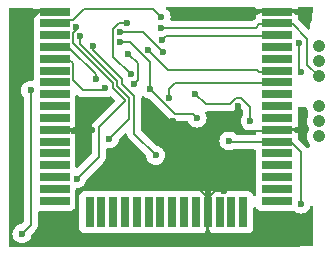
<source format=gbr>
%TF.GenerationSoftware,KiCad,Pcbnew,8.0.4+dfsg-1*%
%TF.CreationDate,2025-01-09T10:04:30-05:00*%
%TF.ProjectId,tag,7461672e-6b69-4636-9164-5f7063625858,1*%
%TF.SameCoordinates,Original*%
%TF.FileFunction,Copper,L2,Bot*%
%TF.FilePolarity,Positive*%
%FSLAX46Y46*%
G04 Gerber Fmt 4.6, Leading zero omitted, Abs format (unit mm)*
G04 Created by KiCad (PCBNEW 8.0.4+dfsg-1) date 2025-01-09 10:04:30*
%MOMM*%
%LPD*%
G01*
G04 APERTURE LIST*
%TA.AperFunction,CastellatedPad*%
%ADD10C,1.064000*%
%TD*%
%TA.AperFunction,SMDPad,CuDef*%
%ADD11R,2.540000X0.750000*%
%TD*%
%TA.AperFunction,SMDPad,CuDef*%
%ADD12R,0.750000X2.540000*%
%TD*%
%TA.AperFunction,ViaPad*%
%ADD13C,0.600000*%
%TD*%
%TA.AperFunction,Conductor*%
%ADD14C,0.200000*%
%TD*%
G04 APERTURE END LIST*
D10*
%TO.P,REF\u002A\u002A,1*%
%TO.N,/3001vdd*%
X83840000Y-37670000D03*
%TO.P,REF\u002A\u002A,2*%
%TO.N,/SWD_DIO*%
X83840000Y-36400000D03*
%TO.P,REF\u002A\u002A,3*%
%TO.N,/RST*%
X83840000Y-35130000D03*
%TO.P,REF\u002A\u002A,4*%
%TO.N,/SWD_CLK*%
X83840000Y-32590000D03*
%TO.P,REF\u002A\u002A,5*%
%TO.N,GND*%
X83840000Y-31320000D03*
%TO.P,REF\u002A\u002A,6*%
%TO.N,N/C*%
X83840000Y-30050000D03*
%TD*%
D11*
%TO.P,U1,1,GND*%
%TO.N,GND*%
X80245000Y-27097500D03*
%TO.P,U1,2,SWD_CLK*%
%TO.N,/SWD_CLK*%
X80245000Y-28097500D03*
%TO.P,U1,3,SWD_DIO*%
%TO.N,/SWD_DIO*%
X80245000Y-29097500D03*
%TO.P,U1,4,P0.10_(NFC)*%
%TO.N,unconnected-(U1-P0.10_(NFC)-Pad4)*%
X80245000Y-30097500D03*
%TO.P,U1,5,P0.09_(NFC)*%
%TO.N,unconnected-(U1-P0.09_(NFC)-Pad5)*%
X80245000Y-31097500D03*
%TO.P,U1,6,P0.17*%
%TO.N,Net-(U1-P0.17)*%
X80245000Y-32097500D03*
%TO.P,U1,7,P0.14*%
%TO.N,Net-(U1-P0.14)*%
X80245000Y-33097500D03*
%TO.P,U1,8,P0.22*%
%TO.N,unconnected-(U1-P0.22-Pad8)*%
X80245000Y-34097500D03*
%TO.P,U1,9,P0.05*%
%TO.N,unconnected-(U1-P0.05-Pad9)*%
X80245000Y-35097500D03*
%TO.P,U1,10,P0.04*%
%TO.N,unconnected-(U1-P0.04-Pad10)*%
X80245000Y-36097500D03*
%TO.P,U1,11,GND*%
%TO.N,GND*%
X80245000Y-37097500D03*
%TO.P,U1,12,VDD*%
%TO.N,/3001vdd*%
X80245000Y-38097500D03*
%TO.P,U1,13,P0.12*%
%TO.N,unconnected-(U1-P0.12-Pad13)*%
X80245000Y-39097500D03*
%TO.P,U1,14,I2C0_SDA*%
%TO.N,unconnected-(U1-I2C0_SDA-Pad14)*%
X80245000Y-40097500D03*
%TO.P,U1,15,I2C0_SLC*%
%TO.N,unconnected-(U1-I2C0_SLC-Pad15)*%
X80245000Y-41097500D03*
%TO.P,U1,16,P0.21*%
%TO.N,unconnected-(U1-P0.21-Pad16)*%
X80245000Y-42097500D03*
%TO.P,U1,17,P0.20*%
%TO.N,unconnected-(U1-P0.20-Pad17)*%
X80245000Y-43097500D03*
D12*
%TO.P,U1,18,VUSB*%
%TO.N,unconnected-(U1-VUSB-Pad18)*%
X77405000Y-44087500D03*
%TO.P,U1,19,USB_N*%
%TO.N,unconnected-(U1-USB_N-Pad19)*%
X76405000Y-44087500D03*
%TO.P,U1,20,USB_P*%
%TO.N,unconnected-(U1-USB_P-Pad20)*%
X75405000Y-44087500D03*
%TO.P,U1,21,GND*%
%TO.N,GND*%
X74405000Y-44087500D03*
%TO.P,U1,22,P1.11*%
%TO.N,unconnected-(U1-P1.11-Pad22)*%
X73405000Y-44087500D03*
%TO.P,U1,23,P1.08*%
%TO.N,unconnected-(U1-P1.08-Pad23)*%
X72405000Y-44087500D03*
%TO.P,U1,24,P1.06*%
%TO.N,unconnected-(U1-P1.06-Pad24)*%
X71405000Y-44087500D03*
%TO.P,U1,25,P1.01*%
%TO.N,unconnected-(U1-P1.01-Pad25)*%
X70405000Y-44087500D03*
%TO.P,U1,26,P1.13*%
%TO.N,unconnected-(U1-P1.13-Pad26)*%
X69405000Y-44087500D03*
%TO.P,U1,27,P1.09*%
%TO.N,unconnected-(U1-P1.09-Pad27)*%
X68405000Y-44087500D03*
%TO.P,U1,28,P1.00*%
%TO.N,unconnected-(U1-P1.00-Pad28)*%
X67405000Y-44087500D03*
%TO.P,U1,29,P1.05*%
%TO.N,unconnected-(U1-P1.05-Pad29)*%
X66405000Y-44087500D03*
%TO.P,U1,30,DW_GP5*%
%TO.N,unconnected-(U1-DW_GP5-Pad30)*%
X65405000Y-44087500D03*
%TO.P,U1,31,DW_GP6*%
%TO.N,unconnected-(U1-DW_GP6-Pad31)*%
X64405000Y-44087500D03*
D11*
%TO.P,U1,32,P0.15/RX*%
%TO.N,unconnected-(U1-P0.15{slash}RX-Pad32)*%
X61435000Y-43097500D03*
%TO.P,U1,33,P0.28*%
%TO.N,unconnected-(U1-P0.28-Pad33)*%
X61435000Y-42097500D03*
%TO.P,U1,34,P0.19/TX*%
%TO.N,unconnected-(U1-P0.19{slash}TX-Pad34)*%
X61435000Y-41097500D03*
%TO.P,U1,35,DW_GP1*%
%TO.N,unconnected-(U1-DW_GP1-Pad35)*%
X61435000Y-40097500D03*
%TO.P,U1,36,DW_GP0*%
%TO.N,unconnected-(U1-DW_GP0-Pad36)*%
X61435000Y-39097500D03*
%TO.P,U1,37,P0.26*%
%TO.N,unconnected-(U1-P0.26-Pad37)*%
X61435000Y-38097500D03*
%TO.P,U1,38,GND*%
%TO.N,GND*%
X61435000Y-37097500D03*
%TO.P,U1,39,P0.23*%
%TO.N,unconnected-(U1-P0.23-Pad39)*%
X61435000Y-36097500D03*
%TO.P,U1,40,P0.07*%
%TO.N,unconnected-(U1-P0.07-Pad40)*%
X61435000Y-35097500D03*
%TO.P,U1,41,P0.27*%
%TO.N,unconnected-(U1-P0.27-Pad41)*%
X61435000Y-34097500D03*
%TO.P,U1,42,P0.31*%
%TO.N,unconnected-(U1-P0.31-Pad42)*%
X61435000Y-33097500D03*
%TO.P,U1,43,P0.30*%
%TO.N,unconnected-(U1-P0.30-Pad43)*%
X61435000Y-32097500D03*
%TO.P,U1,44,DW_GP3*%
%TO.N,Net-(U1-DW_GP3)*%
X61435000Y-31097500D03*
%TO.P,U1,45,DW_GP2*%
%TO.N,Net-(U1-DW_GP2)*%
X61435000Y-30097500D03*
%TO.P,U1,46,P0.02*%
%TO.N,unconnected-(U1-P0.02-Pad46)*%
X61435000Y-29097500D03*
%TO.P,U1,47,RESET*%
%TO.N,/RST*%
X61435000Y-28097500D03*
%TO.P,U1,48,GND*%
%TO.N,GND*%
X61435000Y-27097500D03*
%TD*%
D13*
%TO.N,GND*%
X82720000Y-27170000D03*
X64580000Y-37140000D03*
X63100000Y-37170000D03*
X57920000Y-37370000D03*
X67330000Y-41450000D03*
X77010000Y-35050000D03*
X58840000Y-28470000D03*
X71440000Y-36370000D03*
X75814440Y-42293726D03*
%TO.N,/SWD_CLK*%
X70480000Y-28460000D03*
%TO.N,/SWD_DIO*%
X78010000Y-36380000D03*
X70570000Y-29460000D03*
X73320000Y-34040000D03*
%TO.N,/RST*%
X70460000Y-27590000D03*
X82320000Y-32230000D03*
X82150000Y-29770000D03*
%TO.N,Net-(U1-DW_GP2)*%
X64910000Y-32840000D03*
%TO.N,Net-(U1-DW_GP3)*%
X65750000Y-33560000D03*
X67530000Y-28100000D03*
X67878527Y-32390000D03*
%TO.N,Net-(U1-P0.17)*%
X67650000Y-30650000D03*
X68140000Y-33230000D03*
X69370000Y-30370000D03*
%TO.N,Net-(U1-P0.14)*%
X71150000Y-34440000D03*
%TO.N,Vreg +3.3V*%
X73500000Y-36110000D03*
X66990000Y-29660000D03*
X69490000Y-33660000D03*
%TO.N,Net-(D1-K1)*%
X63620000Y-29150000D03*
X66080000Y-37860000D03*
%TO.N,Net-(D1-K2)*%
X64710000Y-30040000D03*
X69995000Y-39260000D03*
%TO.N,Net-(Q1-S)*%
X63268357Y-28431425D03*
X58680000Y-45900000D03*
X59420000Y-33770000D03*
X63330000Y-41240000D03*
%TO.N,Net-(Q1-G)*%
X66990000Y-28830000D03*
X70650000Y-30550000D03*
%TO.N,/3001vdd*%
X82300000Y-43390000D03*
X76200000Y-38045000D03*
%TD*%
D14*
%TO.N,GND*%
X57920000Y-37370000D02*
X57920000Y-32420000D01*
X74410000Y-42915000D02*
X72945000Y-41450000D01*
X80250000Y-37170000D02*
X77140000Y-37170000D01*
X74410000Y-44160000D02*
X74410000Y-45630000D01*
X64580000Y-37140000D02*
X63650000Y-37140000D01*
X63620000Y-37170000D02*
X63100000Y-37170000D01*
X74410000Y-42915000D02*
X74410000Y-44160000D01*
X75031274Y-42293726D02*
X74410000Y-42915000D01*
X58840000Y-28470000D02*
X60152500Y-27157500D01*
X80250000Y-27170000D02*
X82720000Y-27170000D01*
X77010000Y-37040000D02*
X77010000Y-35050000D01*
X75814440Y-42293726D02*
X75031274Y-42293726D01*
X74410000Y-45630000D02*
X74410000Y-42915000D01*
X63650000Y-37140000D02*
X63620000Y-37170000D01*
X60152500Y-27157500D02*
X61445000Y-27157500D01*
X77140000Y-37170000D02*
X77010000Y-37040000D01*
X71440000Y-36370000D02*
X72240000Y-37170000D01*
X58840000Y-31500000D02*
X58840000Y-28470000D01*
X63100000Y-37170000D02*
X61440000Y-37170000D01*
X57920000Y-32420000D02*
X58840000Y-31500000D01*
X72240000Y-37170000D02*
X80250000Y-37170000D01*
X72945000Y-41450000D02*
X67330000Y-41450000D01*
X82720000Y-27170000D02*
X82780000Y-27170000D01*
%TO.N,/SWD_CLK*%
X80250000Y-28170000D02*
X78780000Y-28170000D01*
X82830000Y-29410000D02*
X81590000Y-28170000D01*
X82830000Y-31580000D02*
X82830000Y-29410000D01*
X81590000Y-28170000D02*
X80250000Y-28170000D01*
X78780000Y-28170000D02*
X78490000Y-28460000D01*
X83840000Y-32590000D02*
X82830000Y-31580000D01*
X78490000Y-28460000D02*
X70480000Y-28460000D01*
%TO.N,/SWD_DIO*%
X80250000Y-29170000D02*
X70860000Y-29170000D01*
X78010000Y-35201471D02*
X78010000Y-36380000D01*
X77258529Y-34450000D02*
X78010000Y-35201471D01*
X74230000Y-34950000D02*
X76261471Y-34950000D01*
X70860000Y-29170000D02*
X70570000Y-29460000D01*
X76261471Y-34950000D02*
X76761471Y-34450000D01*
X73320000Y-34040000D02*
X74230000Y-34950000D01*
X76761471Y-34450000D02*
X77258529Y-34450000D01*
%TO.N,/RST*%
X63971471Y-26890000D02*
X63016471Y-27845000D01*
X82150000Y-32060000D02*
X82150000Y-29770000D01*
X63016471Y-27845000D02*
X61765000Y-27845000D01*
X70460000Y-27590000D02*
X69760000Y-26890000D01*
X61765000Y-27845000D02*
X61440000Y-28170000D01*
X82320000Y-32230000D02*
X82150000Y-32060000D01*
X69760000Y-26890000D02*
X63971471Y-26890000D01*
%TO.N,Net-(U1-DW_GP2)*%
X62690000Y-30157500D02*
X61445000Y-30157500D01*
X64910000Y-32840000D02*
X64910000Y-32377500D01*
X64910000Y-32377500D02*
X62690000Y-30157500D01*
%TO.N,Net-(U1-DW_GP3)*%
X63015000Y-31482500D02*
X62690000Y-31157500D01*
X66871471Y-28100000D02*
X67530000Y-28100000D01*
X63850000Y-33740000D02*
X63015000Y-32905000D01*
X65750000Y-33560000D02*
X65570000Y-33740000D01*
X67878527Y-32390000D02*
X66390000Y-30901473D01*
X66390000Y-28581471D02*
X66871471Y-28100000D01*
X65570000Y-33740000D02*
X63850000Y-33740000D01*
X63015000Y-32905000D02*
X63015000Y-31482500D01*
X66390000Y-30901473D02*
X66390000Y-28581471D01*
X62690000Y-31157500D02*
X61445000Y-31157500D01*
%TO.N,Net-(U1-P0.17)*%
X68478527Y-31478527D02*
X67650000Y-30650000D01*
X71000000Y-32000000D02*
X78610000Y-32000000D01*
X69370000Y-30370000D02*
X71000000Y-32000000D01*
X68478527Y-32891473D02*
X68478527Y-31478527D01*
X78610000Y-32000000D02*
X78780000Y-32170000D01*
X68140000Y-33230000D02*
X68478527Y-32891473D01*
X78780000Y-32170000D02*
X80250000Y-32170000D01*
%TO.N,Net-(U1-P0.14)*%
X71610000Y-33170000D02*
X80250000Y-33170000D01*
X71150000Y-34440000D02*
X71150000Y-33630000D01*
X71150000Y-33630000D02*
X71610000Y-33170000D01*
%TO.N,Vreg +3.3V*%
X69490000Y-31338529D02*
X69490000Y-33660000D01*
X66990000Y-29660000D02*
X67811471Y-29660000D01*
X71631471Y-35770000D02*
X73160000Y-35770000D01*
X69490000Y-33660000D02*
X69521471Y-33660000D01*
X69521471Y-33660000D02*
X71631471Y-35770000D01*
X73160000Y-35770000D02*
X73500000Y-36110000D01*
X67811471Y-29660000D02*
X69490000Y-31338529D01*
%TO.N,Net-(D1-K1)*%
X66750000Y-33374314D02*
X67780000Y-34404314D01*
X67780000Y-34404314D02*
X67780000Y-36160000D01*
X66750000Y-32958529D02*
X66750000Y-33374314D01*
X63620000Y-29828529D02*
X66750000Y-32958529D01*
X63620000Y-29150000D02*
X63620000Y-29828529D01*
X67780000Y-36160000D02*
X66080000Y-37860000D01*
%TO.N,Net-(D1-K2)*%
X68180000Y-34238628D02*
X67150000Y-33208628D01*
X67150000Y-33208628D02*
X67150000Y-32792843D01*
X64710000Y-30352843D02*
X64710000Y-30040000D01*
X68180000Y-37445000D02*
X68180000Y-34238628D01*
X69995000Y-39260000D02*
X68180000Y-37445000D01*
X67150000Y-32792843D02*
X64710000Y-30352843D01*
%TO.N,Net-(Q1-S)*%
X59420000Y-45160000D02*
X59420000Y-33770000D01*
X63020000Y-28901471D02*
X63020000Y-29794215D01*
X63268357Y-28653114D02*
X63020000Y-28901471D01*
X67380000Y-34691471D02*
X65180000Y-36891471D01*
X66350000Y-33540000D02*
X67380000Y-34570000D01*
X66350000Y-33124215D02*
X66350000Y-33540000D01*
X65180000Y-39390000D02*
X63330000Y-41240000D01*
X67380000Y-34570000D02*
X67380000Y-34691471D01*
X65180000Y-36891471D02*
X65180000Y-39390000D01*
X63020000Y-29794215D02*
X66350000Y-33124215D01*
X58680000Y-45900000D02*
X59420000Y-45160000D01*
X63268357Y-28431425D02*
X63268357Y-28653114D01*
%TO.N,Net-(Q1-G)*%
X68930000Y-28830000D02*
X66990000Y-28830000D01*
X70650000Y-30550000D02*
X68930000Y-28830000D01*
%TO.N,/3001vdd*%
X82300000Y-38975000D02*
X82300000Y-43390000D01*
X76200000Y-38045000D02*
X76325000Y-38170000D01*
X81495000Y-38170000D02*
X82300000Y-38975000D01*
X76325000Y-38170000D02*
X81495000Y-38170000D01*
%TD*%
%TA.AperFunction,Conductor*%
%TO.N,GND*%
G36*
X59607358Y-26774454D02*
G01*
X59653456Y-26826959D01*
X59656007Y-26838507D01*
X59665000Y-26847500D01*
X61561000Y-26847500D01*
X61628039Y-26867185D01*
X61673794Y-26919989D01*
X61685000Y-26971500D01*
X61685000Y-27098000D01*
X61665315Y-27165039D01*
X61612511Y-27210794D01*
X61561000Y-27222000D01*
X60117129Y-27222000D01*
X60117123Y-27222001D01*
X60057516Y-27228408D01*
X59922671Y-27278702D01*
X59922668Y-27278704D01*
X59895532Y-27299018D01*
X59863808Y-27322766D01*
X59798347Y-27347184D01*
X59789499Y-27347500D01*
X59665000Y-27347500D01*
X59665000Y-27520344D01*
X59671619Y-27581898D01*
X59671620Y-27608409D01*
X59670909Y-27615014D01*
X59670909Y-27615017D01*
X59664500Y-27674627D01*
X59664500Y-27674634D01*
X59664500Y-27674635D01*
X59664500Y-28520370D01*
X59664501Y-28520379D01*
X59671367Y-28584251D01*
X59671367Y-28610757D01*
X59670909Y-28615016D01*
X59670909Y-28615017D01*
X59664500Y-28674627D01*
X59664500Y-28674631D01*
X59664500Y-28674632D01*
X59664500Y-29520370D01*
X59664501Y-29520379D01*
X59671367Y-29584251D01*
X59671367Y-29610757D01*
X59670909Y-29615016D01*
X59670909Y-29615017D01*
X59664500Y-29674627D01*
X59664500Y-29674631D01*
X59664500Y-29674632D01*
X59664500Y-30520370D01*
X59664501Y-30520379D01*
X59671367Y-30584251D01*
X59671367Y-30610757D01*
X59670909Y-30615016D01*
X59670909Y-30615017D01*
X59664500Y-30674627D01*
X59664500Y-30674631D01*
X59664500Y-30674632D01*
X59664500Y-31520370D01*
X59664501Y-31520379D01*
X59671367Y-31584251D01*
X59671367Y-31610757D01*
X59670909Y-31615016D01*
X59670909Y-31615017D01*
X59664500Y-31674627D01*
X59664500Y-31674631D01*
X59664500Y-31674632D01*
X59664500Y-32520370D01*
X59664501Y-32520379D01*
X59671367Y-32584251D01*
X59671367Y-32610757D01*
X59670909Y-32615016D01*
X59670909Y-32615017D01*
X59664500Y-32674627D01*
X59664500Y-32674632D01*
X59664500Y-32853227D01*
X59644815Y-32920266D01*
X59592011Y-32966021D01*
X59526617Y-32976447D01*
X59420004Y-32964435D01*
X59419996Y-32964435D01*
X59240750Y-32984630D01*
X59240745Y-32984631D01*
X59070476Y-33044211D01*
X58917737Y-33140184D01*
X58790187Y-33267735D01*
X58790184Y-33267737D01*
X58694211Y-33420476D01*
X58634631Y-33590745D01*
X58634630Y-33590750D01*
X58614435Y-33769996D01*
X58614435Y-33770003D01*
X58634630Y-33949249D01*
X58634631Y-33949254D01*
X58694211Y-34119523D01*
X58717393Y-34156416D01*
X58782947Y-34260745D01*
X58790185Y-34272263D01*
X58792445Y-34275097D01*
X58793334Y-34277275D01*
X58793889Y-34278158D01*
X58793734Y-34278255D01*
X58818855Y-34339783D01*
X58819500Y-34352412D01*
X58819500Y-44859902D01*
X58799815Y-44926941D01*
X58783181Y-44947584D01*
X58661465Y-45069299D01*
X58600142Y-45102783D01*
X58587668Y-45104837D01*
X58500750Y-45114630D01*
X58330478Y-45174210D01*
X58177737Y-45270184D01*
X58050184Y-45397737D01*
X57954211Y-45550476D01*
X57894631Y-45720745D01*
X57894630Y-45720750D01*
X57874435Y-45899996D01*
X57874435Y-45900003D01*
X57894630Y-46079249D01*
X57894631Y-46079254D01*
X57954211Y-46249523D01*
X58050184Y-46402262D01*
X58177738Y-46529816D01*
X58330478Y-46625789D01*
X58500745Y-46685368D01*
X58500750Y-46685369D01*
X58679996Y-46705565D01*
X58680000Y-46705565D01*
X58680004Y-46705565D01*
X58859249Y-46685369D01*
X58859252Y-46685368D01*
X58859255Y-46685368D01*
X59029522Y-46625789D01*
X59182262Y-46529816D01*
X59309816Y-46402262D01*
X59405789Y-46249522D01*
X59465368Y-46079255D01*
X59475161Y-45992329D01*
X59502226Y-45927918D01*
X59510690Y-45918543D01*
X59788713Y-45640521D01*
X59788716Y-45640520D01*
X59900520Y-45528716D01*
X59950639Y-45441904D01*
X59979577Y-45391785D01*
X60020501Y-45239057D01*
X60020501Y-45080943D01*
X60020501Y-45073348D01*
X60020500Y-45073330D01*
X60020500Y-44096999D01*
X60040185Y-44029960D01*
X60092989Y-43984205D01*
X60144495Y-43972999D01*
X62752872Y-43972999D01*
X62812483Y-43966591D01*
X62947331Y-43916296D01*
X63062546Y-43830046D01*
X63148796Y-43714831D01*
X63199091Y-43579983D01*
X63205500Y-43520373D01*
X63205499Y-42769635D01*
X63529500Y-42769635D01*
X63529500Y-45405370D01*
X63529501Y-45405376D01*
X63535908Y-45464983D01*
X63586202Y-45599828D01*
X63586206Y-45599835D01*
X63672452Y-45715044D01*
X63672455Y-45715047D01*
X63787664Y-45801293D01*
X63787671Y-45801297D01*
X63922517Y-45851591D01*
X63922516Y-45851591D01*
X63929444Y-45852335D01*
X63982127Y-45858000D01*
X64827872Y-45857999D01*
X64887483Y-45851591D01*
X64887487Y-45851589D01*
X64891743Y-45851132D01*
X64918253Y-45851132D01*
X64922514Y-45851590D01*
X64922517Y-45851591D01*
X64982127Y-45858000D01*
X65827872Y-45857999D01*
X65887483Y-45851591D01*
X65887487Y-45851589D01*
X65891743Y-45851132D01*
X65918253Y-45851132D01*
X65922514Y-45851590D01*
X65922517Y-45851591D01*
X65982127Y-45858000D01*
X66827872Y-45857999D01*
X66887483Y-45851591D01*
X66887487Y-45851589D01*
X66891743Y-45851132D01*
X66918253Y-45851132D01*
X66922514Y-45851590D01*
X66922517Y-45851591D01*
X66982127Y-45858000D01*
X67827872Y-45857999D01*
X67887483Y-45851591D01*
X67887487Y-45851589D01*
X67891743Y-45851132D01*
X67918253Y-45851132D01*
X67922514Y-45851590D01*
X67922517Y-45851591D01*
X67982127Y-45858000D01*
X68827872Y-45857999D01*
X68887483Y-45851591D01*
X68887487Y-45851589D01*
X68891743Y-45851132D01*
X68918253Y-45851132D01*
X68922514Y-45851590D01*
X68922517Y-45851591D01*
X68982127Y-45858000D01*
X69827872Y-45857999D01*
X69887483Y-45851591D01*
X69887487Y-45851589D01*
X69891743Y-45851132D01*
X69918253Y-45851132D01*
X69922514Y-45851590D01*
X69922517Y-45851591D01*
X69982127Y-45858000D01*
X70827872Y-45857999D01*
X70887483Y-45851591D01*
X70887487Y-45851589D01*
X70891743Y-45851132D01*
X70918253Y-45851132D01*
X70922514Y-45851590D01*
X70922517Y-45851591D01*
X70982127Y-45858000D01*
X71827872Y-45857999D01*
X71887483Y-45851591D01*
X71887487Y-45851589D01*
X71891743Y-45851132D01*
X71918253Y-45851132D01*
X71922514Y-45851590D01*
X71922517Y-45851591D01*
X71982127Y-45858000D01*
X72827872Y-45857999D01*
X72887483Y-45851591D01*
X72887487Y-45851589D01*
X72891743Y-45851132D01*
X72918253Y-45851132D01*
X72922514Y-45851590D01*
X72922517Y-45851591D01*
X72982127Y-45858000D01*
X73827872Y-45857999D01*
X73887483Y-45851591D01*
X73887483Y-45851590D01*
X73894096Y-45850880D01*
X73920607Y-45850881D01*
X73982157Y-45857499D01*
X73982172Y-45857500D01*
X74155000Y-45857500D01*
X74155000Y-45733001D01*
X74174685Y-45665962D01*
X74179722Y-45658705D01*
X74223796Y-45599831D01*
X74274091Y-45464983D01*
X74280500Y-45405373D01*
X74280499Y-42769628D01*
X74274091Y-42710017D01*
X74260891Y-42674627D01*
X74223797Y-42575171D01*
X74223795Y-42575168D01*
X74179733Y-42516308D01*
X74155316Y-42450843D01*
X74155000Y-42441997D01*
X74155000Y-42317500D01*
X73982166Y-42317500D01*
X73920595Y-42324119D01*
X73894088Y-42324119D01*
X73884818Y-42323122D01*
X73827873Y-42317000D01*
X73827865Y-42317000D01*
X72982129Y-42317000D01*
X72982120Y-42317001D01*
X72918248Y-42323867D01*
X72891742Y-42323867D01*
X72887483Y-42323409D01*
X72827873Y-42317000D01*
X72827865Y-42317000D01*
X71982129Y-42317000D01*
X71982120Y-42317001D01*
X71918248Y-42323867D01*
X71891742Y-42323867D01*
X71887483Y-42323409D01*
X71827873Y-42317000D01*
X71827865Y-42317000D01*
X70982129Y-42317000D01*
X70982120Y-42317001D01*
X70918248Y-42323867D01*
X70891742Y-42323867D01*
X70887483Y-42323409D01*
X70827873Y-42317000D01*
X70827865Y-42317000D01*
X69982129Y-42317000D01*
X69982120Y-42317001D01*
X69918248Y-42323867D01*
X69891742Y-42323867D01*
X69887483Y-42323409D01*
X69827873Y-42317000D01*
X69827865Y-42317000D01*
X68982129Y-42317000D01*
X68982120Y-42317001D01*
X68918248Y-42323867D01*
X68891742Y-42323867D01*
X68887483Y-42323409D01*
X68827873Y-42317000D01*
X68827865Y-42317000D01*
X67982129Y-42317000D01*
X67982120Y-42317001D01*
X67918248Y-42323867D01*
X67891742Y-42323867D01*
X67887483Y-42323409D01*
X67827873Y-42317000D01*
X67827865Y-42317000D01*
X66982129Y-42317000D01*
X66982120Y-42317001D01*
X66918248Y-42323867D01*
X66891742Y-42323867D01*
X66887483Y-42323409D01*
X66827873Y-42317000D01*
X66827865Y-42317000D01*
X65982129Y-42317000D01*
X65982120Y-42317001D01*
X65918248Y-42323867D01*
X65891742Y-42323867D01*
X65887483Y-42323409D01*
X65827873Y-42317000D01*
X65827865Y-42317000D01*
X64982129Y-42317000D01*
X64982120Y-42317001D01*
X64918248Y-42323867D01*
X64891742Y-42323867D01*
X64887483Y-42323409D01*
X64827873Y-42317000D01*
X64827865Y-42317000D01*
X63982129Y-42317000D01*
X63982123Y-42317001D01*
X63922516Y-42323408D01*
X63787671Y-42373702D01*
X63787664Y-42373706D01*
X63672455Y-42459952D01*
X63672452Y-42459955D01*
X63586206Y-42575164D01*
X63586202Y-42575171D01*
X63535908Y-42710017D01*
X63529501Y-42769616D01*
X63529501Y-42769623D01*
X63529500Y-42769635D01*
X63205499Y-42769635D01*
X63205499Y-42674628D01*
X63199091Y-42615017D01*
X63199089Y-42615013D01*
X63198632Y-42610755D01*
X63198632Y-42584245D01*
X63199089Y-42579986D01*
X63199091Y-42579983D01*
X63205500Y-42520373D01*
X63205499Y-42169564D01*
X63225183Y-42102526D01*
X63277987Y-42056771D01*
X63323148Y-42046946D01*
X63323081Y-42046345D01*
X63328956Y-42045682D01*
X63329499Y-42045565D01*
X63330004Y-42045565D01*
X63509249Y-42025369D01*
X63509252Y-42025368D01*
X63509255Y-42025368D01*
X63679522Y-41965789D01*
X63832262Y-41869816D01*
X63959816Y-41742262D01*
X64055789Y-41589522D01*
X64115368Y-41419255D01*
X64125161Y-41332329D01*
X64152226Y-41267918D01*
X64160690Y-41258543D01*
X65538506Y-39880728D01*
X65538511Y-39880724D01*
X65548714Y-39870520D01*
X65548716Y-39870520D01*
X65660520Y-39758716D01*
X65709068Y-39674628D01*
X65735573Y-39628720D01*
X65735574Y-39628718D01*
X65736193Y-39627645D01*
X65739577Y-39621785D01*
X65780500Y-39469057D01*
X65780500Y-39310943D01*
X65780500Y-38770576D01*
X65800185Y-38703537D01*
X65852989Y-38657782D01*
X65918383Y-38647356D01*
X66079996Y-38665565D01*
X66080000Y-38665565D01*
X66080004Y-38665565D01*
X66259249Y-38645369D01*
X66259252Y-38645368D01*
X66259255Y-38645368D01*
X66429522Y-38585789D01*
X66582262Y-38489816D01*
X66709816Y-38362262D01*
X66805789Y-38209522D01*
X66865368Y-38039255D01*
X66875161Y-37952329D01*
X66902226Y-37887918D01*
X66910690Y-37878543D01*
X67367819Y-37421415D01*
X67429141Y-37387931D01*
X67498833Y-37392915D01*
X67554766Y-37434787D01*
X67579183Y-37500251D01*
X67579499Y-37509097D01*
X67579499Y-37524054D01*
X67579498Y-37524054D01*
X67620423Y-37676785D01*
X67649358Y-37726900D01*
X67649359Y-37726904D01*
X67649360Y-37726904D01*
X67699479Y-37813714D01*
X67699481Y-37813717D01*
X67818349Y-37932585D01*
X67818355Y-37932590D01*
X69164298Y-39278534D01*
X69197783Y-39339857D01*
X69199837Y-39352331D01*
X69209630Y-39439249D01*
X69269210Y-39609521D01*
X69281274Y-39628720D01*
X69365184Y-39762262D01*
X69492738Y-39889816D01*
X69645478Y-39985789D01*
X69815745Y-40045368D01*
X69815750Y-40045369D01*
X69994996Y-40065565D01*
X69995000Y-40065565D01*
X69995004Y-40065565D01*
X70174249Y-40045369D01*
X70174252Y-40045368D01*
X70174255Y-40045368D01*
X70344522Y-39985789D01*
X70497262Y-39889816D01*
X70624816Y-39762262D01*
X70720789Y-39609522D01*
X70780368Y-39439255D01*
X70790162Y-39352331D01*
X70800565Y-39260003D01*
X70800565Y-39259996D01*
X70780369Y-39080750D01*
X70780368Y-39080745D01*
X70771672Y-39055892D01*
X70720789Y-38910478D01*
X70710749Y-38894500D01*
X70645204Y-38790185D01*
X70624816Y-38757738D01*
X70497262Y-38630184D01*
X70459229Y-38606286D01*
X70344521Y-38534210D01*
X70174249Y-38474630D01*
X70087331Y-38464837D01*
X70022917Y-38437770D01*
X70013534Y-38429298D01*
X68816819Y-37232583D01*
X68783334Y-37171260D01*
X68780500Y-37144902D01*
X68780500Y-34381940D01*
X68800185Y-34314901D01*
X68852989Y-34269146D01*
X68922147Y-34259202D01*
X68981596Y-34286351D01*
X68982295Y-34285475D01*
X68987737Y-34289815D01*
X68987738Y-34289816D01*
X69140478Y-34385789D01*
X69295393Y-34439996D01*
X69310745Y-34445368D01*
X69310750Y-34445369D01*
X69433133Y-34459157D01*
X69497547Y-34486223D01*
X69506931Y-34494695D01*
X71262755Y-36250520D01*
X71262757Y-36250521D01*
X71262761Y-36250524D01*
X71399680Y-36329573D01*
X71399687Y-36329577D01*
X71552414Y-36370501D01*
X71552416Y-36370501D01*
X71718125Y-36370501D01*
X71718141Y-36370500D01*
X72655078Y-36370500D01*
X72722117Y-36390185D01*
X72767872Y-36442989D01*
X72772120Y-36453546D01*
X72774211Y-36459523D01*
X72863989Y-36602402D01*
X72870184Y-36612262D01*
X72997738Y-36739816D01*
X73150478Y-36835789D01*
X73254632Y-36872234D01*
X73320745Y-36895368D01*
X73320750Y-36895369D01*
X73499996Y-36915565D01*
X73500000Y-36915565D01*
X73500004Y-36915565D01*
X73679249Y-36895369D01*
X73679252Y-36895368D01*
X73679255Y-36895368D01*
X73849522Y-36835789D01*
X74002262Y-36739816D01*
X74129816Y-36612262D01*
X74225789Y-36459522D01*
X74285368Y-36289255D01*
X74289732Y-36250524D01*
X74305565Y-36110003D01*
X74305565Y-36109996D01*
X74285369Y-35930750D01*
X74285368Y-35930745D01*
X74278552Y-35911265D01*
X74225789Y-35760478D01*
X74225787Y-35760475D01*
X74225787Y-35760474D01*
X74213219Y-35740471D01*
X74194219Y-35673234D01*
X74214587Y-35606399D01*
X74267856Y-35561186D01*
X74318213Y-35550500D01*
X76174802Y-35550500D01*
X76174818Y-35550501D01*
X76182414Y-35550501D01*
X76340525Y-35550501D01*
X76340528Y-35550501D01*
X76493256Y-35509577D01*
X76544192Y-35480169D01*
X76544193Y-35480169D01*
X76630180Y-35430524D01*
X76630179Y-35430524D01*
X76630187Y-35430520D01*
X76741991Y-35318716D01*
X76741992Y-35318714D01*
X76922319Y-35138387D01*
X76983642Y-35104902D01*
X77053334Y-35109886D01*
X77097681Y-35138387D01*
X77373181Y-35413887D01*
X77406666Y-35475210D01*
X77409500Y-35501568D01*
X77409500Y-35797587D01*
X77389815Y-35864626D01*
X77382450Y-35874896D01*
X77380186Y-35877734D01*
X77284211Y-36030476D01*
X77224631Y-36200745D01*
X77224630Y-36200750D01*
X77204435Y-36379996D01*
X77204435Y-36380003D01*
X77224630Y-36559249D01*
X77224631Y-36559254D01*
X77284211Y-36729523D01*
X77358540Y-36847816D01*
X77380184Y-36882262D01*
X77507738Y-37009816D01*
X77598080Y-37066582D01*
X77657724Y-37104059D01*
X77660478Y-37105789D01*
X77799023Y-37154268D01*
X77830745Y-37165368D01*
X77830750Y-37165369D01*
X78009996Y-37185565D01*
X78010000Y-37185565D01*
X78010004Y-37185565D01*
X78189249Y-37165369D01*
X78189251Y-37165368D01*
X78189255Y-37165368D01*
X78189258Y-37165366D01*
X78189262Y-37165366D01*
X78310045Y-37123102D01*
X78379824Y-37119540D01*
X78440451Y-37154268D01*
X78472679Y-37216261D01*
X78475000Y-37240143D01*
X78475000Y-37445500D01*
X78455315Y-37512539D01*
X78402511Y-37558294D01*
X78351000Y-37569500D01*
X76907940Y-37569500D01*
X76840901Y-37549815D01*
X76820259Y-37533181D01*
X76702262Y-37415184D01*
X76549523Y-37319211D01*
X76379254Y-37259631D01*
X76379249Y-37259630D01*
X76200004Y-37239435D01*
X76199996Y-37239435D01*
X76020750Y-37259630D01*
X76020745Y-37259631D01*
X75850476Y-37319211D01*
X75697737Y-37415184D01*
X75570184Y-37542737D01*
X75474211Y-37695476D01*
X75414631Y-37865745D01*
X75414630Y-37865750D01*
X75394435Y-38044996D01*
X75394435Y-38045003D01*
X75414630Y-38224249D01*
X75414631Y-38224254D01*
X75474211Y-38394523D01*
X75570184Y-38547262D01*
X75697738Y-38674816D01*
X75850478Y-38770789D01*
X75925245Y-38796951D01*
X76020745Y-38830368D01*
X76020750Y-38830369D01*
X76199996Y-38850565D01*
X76200000Y-38850565D01*
X76200004Y-38850565D01*
X76379249Y-38830369D01*
X76379251Y-38830368D01*
X76379255Y-38830368D01*
X76379258Y-38830366D01*
X76379262Y-38830366D01*
X76530461Y-38777459D01*
X76571416Y-38770500D01*
X78350500Y-38770500D01*
X78417539Y-38790185D01*
X78463294Y-38842989D01*
X78474500Y-38894500D01*
X78474500Y-39520370D01*
X78474501Y-39520379D01*
X78481367Y-39584251D01*
X78481367Y-39610757D01*
X78480909Y-39615016D01*
X78480909Y-39615017D01*
X78474500Y-39674627D01*
X78474500Y-39674628D01*
X78474500Y-39674632D01*
X78474500Y-40520370D01*
X78474501Y-40520379D01*
X78481367Y-40584251D01*
X78481367Y-40610757D01*
X78480909Y-40615016D01*
X78480909Y-40615017D01*
X78474500Y-40674627D01*
X78474500Y-40674631D01*
X78474500Y-40674632D01*
X78474500Y-41520370D01*
X78474501Y-41520379D01*
X78481367Y-41584251D01*
X78481367Y-41610757D01*
X78480909Y-41615016D01*
X78480909Y-41615017D01*
X78474500Y-41674627D01*
X78474500Y-41674631D01*
X78474500Y-41674632D01*
X78474500Y-42520370D01*
X78474501Y-42520374D01*
X78478779Y-42560168D01*
X78466372Y-42628928D01*
X78418761Y-42680065D01*
X78351062Y-42697343D01*
X78284768Y-42675277D01*
X78240927Y-42620873D01*
X78239307Y-42616755D01*
X78223797Y-42575171D01*
X78223793Y-42575164D01*
X78137547Y-42459955D01*
X78137544Y-42459952D01*
X78022335Y-42373706D01*
X78022328Y-42373702D01*
X77887482Y-42323408D01*
X77887483Y-42323408D01*
X77827883Y-42317001D01*
X77827881Y-42317000D01*
X77827873Y-42317000D01*
X77827864Y-42317000D01*
X76982129Y-42317000D01*
X76982120Y-42317001D01*
X76918248Y-42323867D01*
X76891742Y-42323867D01*
X76887483Y-42323409D01*
X76827873Y-42317000D01*
X76827865Y-42317000D01*
X75982129Y-42317000D01*
X75982120Y-42317001D01*
X75918248Y-42323867D01*
X75891742Y-42323867D01*
X75887483Y-42323409D01*
X75827873Y-42317000D01*
X75827865Y-42317000D01*
X74982129Y-42317000D01*
X74982125Y-42317001D01*
X74934160Y-42322157D01*
X74922517Y-42323409D01*
X74922516Y-42323409D01*
X74915904Y-42324120D01*
X74889393Y-42324119D01*
X74827842Y-42317500D01*
X74655000Y-42317500D01*
X74655000Y-42441997D01*
X74635315Y-42509036D01*
X74630267Y-42516308D01*
X74586204Y-42575168D01*
X74586202Y-42575171D01*
X74535908Y-42710017D01*
X74529501Y-42769616D01*
X74529501Y-42769623D01*
X74529500Y-42769635D01*
X74529500Y-45405370D01*
X74529501Y-45405376D01*
X74535908Y-45464983D01*
X74586202Y-45599828D01*
X74586204Y-45599831D01*
X74630266Y-45658691D01*
X74654684Y-45724153D01*
X74655000Y-45733001D01*
X74655000Y-45857500D01*
X74827828Y-45857500D01*
X74827839Y-45857499D01*
X74889395Y-45850880D01*
X74915909Y-45850880D01*
X74922514Y-45851590D01*
X74922517Y-45851591D01*
X74982127Y-45858000D01*
X75827872Y-45857999D01*
X75887483Y-45851591D01*
X75887487Y-45851589D01*
X75891743Y-45851132D01*
X75918253Y-45851132D01*
X75922514Y-45851590D01*
X75922517Y-45851591D01*
X75982127Y-45858000D01*
X76827872Y-45857999D01*
X76887483Y-45851591D01*
X76887487Y-45851589D01*
X76891743Y-45851132D01*
X76918253Y-45851132D01*
X76922514Y-45851590D01*
X76922517Y-45851591D01*
X76982127Y-45858000D01*
X77827872Y-45857999D01*
X77887483Y-45851591D01*
X78022331Y-45801296D01*
X78137546Y-45715046D01*
X78223796Y-45599831D01*
X78274091Y-45464983D01*
X78280500Y-45405373D01*
X78280499Y-43729950D01*
X78300184Y-43662913D01*
X78352987Y-43617158D01*
X78422146Y-43607214D01*
X78485702Y-43636239D01*
X78520681Y-43686618D01*
X78531203Y-43714830D01*
X78531206Y-43714835D01*
X78617452Y-43830044D01*
X78617455Y-43830047D01*
X78732664Y-43916293D01*
X78732671Y-43916297D01*
X78867517Y-43966591D01*
X78867516Y-43966591D01*
X78874444Y-43967335D01*
X78927127Y-43973000D01*
X81562872Y-43972999D01*
X81622483Y-43966591D01*
X81636695Y-43961289D01*
X81706383Y-43956303D01*
X81767705Y-43989783D01*
X81797738Y-44019816D01*
X81950478Y-44115789D01*
X82120745Y-44175368D01*
X82120750Y-44175369D01*
X82299996Y-44195565D01*
X82300000Y-44195565D01*
X82300004Y-44195565D01*
X82479249Y-44175369D01*
X82479252Y-44175368D01*
X82479255Y-44175368D01*
X82649522Y-44115789D01*
X82802262Y-44019816D01*
X82929816Y-43892262D01*
X83025789Y-43739522D01*
X83077949Y-43590456D01*
X83118671Y-43533681D01*
X83183623Y-43507933D01*
X83252185Y-43521389D01*
X83302588Y-43569776D01*
X83318830Y-43625092D01*
X83327923Y-43803309D01*
X83328084Y-43809664D01*
X83327189Y-46859316D01*
X83307485Y-46926350D01*
X83254667Y-46972089D01*
X83204611Y-46983272D01*
X81136298Y-47006992D01*
X81134876Y-47007000D01*
X57729060Y-47007000D01*
X57662021Y-46987315D01*
X57616266Y-46934511D01*
X57605060Y-46883087D01*
X57602399Y-43107126D01*
X57590971Y-26891183D01*
X57610607Y-26824136D01*
X57663379Y-26778344D01*
X57714157Y-26767105D01*
X59540194Y-26755207D01*
X59607358Y-26774454D01*
G37*
%TD.AperFunction*%
%TA.AperFunction,Conductor*%
G36*
X63410701Y-34150385D02*
G01*
X63417180Y-34156416D01*
X63481284Y-34220520D01*
X63481286Y-34220521D01*
X63481290Y-34220524D01*
X63601309Y-34289816D01*
X63618216Y-34299577D01*
X63722639Y-34327557D01*
X63770942Y-34340500D01*
X63770943Y-34340500D01*
X65483331Y-34340500D01*
X65483347Y-34340501D01*
X65490943Y-34340501D01*
X65535769Y-34340501D01*
X65563636Y-34345239D01*
X65563961Y-34343819D01*
X65570738Y-34345365D01*
X65570745Y-34345368D01*
X65570752Y-34345368D01*
X65570753Y-34345369D01*
X65749996Y-34365565D01*
X65750000Y-34365565D01*
X65750004Y-34365565D01*
X65929249Y-34345369D01*
X65929251Y-34345368D01*
X65929255Y-34345368D01*
X65929258Y-34345366D01*
X65929262Y-34345366D01*
X65980300Y-34327506D01*
X66099522Y-34285789D01*
X66106083Y-34281665D01*
X66173315Y-34262662D01*
X66240152Y-34283025D01*
X66259740Y-34298975D01*
X66503819Y-34543054D01*
X66537304Y-34604377D01*
X66532320Y-34674069D01*
X66503819Y-34718416D01*
X64699481Y-36522753D01*
X64699480Y-36522755D01*
X64653495Y-36602405D01*
X64649361Y-36609565D01*
X64649359Y-36609567D01*
X64620425Y-36659680D01*
X64620424Y-36659681D01*
X64616407Y-36674672D01*
X64579499Y-36812414D01*
X64579499Y-36812416D01*
X64579499Y-36980517D01*
X64579500Y-36980530D01*
X64579500Y-39089902D01*
X64559815Y-39156941D01*
X64543181Y-39177583D01*
X63417180Y-40303584D01*
X63355857Y-40337069D01*
X63286165Y-40332085D01*
X63230232Y-40290213D01*
X63205815Y-40224749D01*
X63205499Y-40215903D01*
X63205499Y-39674629D01*
X63205499Y-39674628D01*
X63199091Y-39615017D01*
X63199089Y-39615013D01*
X63198632Y-39610755D01*
X63198633Y-39584245D01*
X63200005Y-39571475D01*
X63205500Y-39520373D01*
X63205499Y-38674628D01*
X63199091Y-38615017D01*
X63199089Y-38615013D01*
X63198632Y-38610755D01*
X63198633Y-38584245D01*
X63204180Y-38532646D01*
X63205500Y-38520373D01*
X63205499Y-37674628D01*
X63199091Y-37615017D01*
X63199090Y-37615016D01*
X63198380Y-37608404D01*
X63198381Y-37581893D01*
X63204999Y-37520342D01*
X63205000Y-37520327D01*
X63205000Y-37347500D01*
X63080501Y-37347500D01*
X63013462Y-37327815D01*
X63006205Y-37322777D01*
X62947331Y-37278704D01*
X62947328Y-37278702D01*
X62812482Y-37228408D01*
X62812483Y-37228408D01*
X62752883Y-37222001D01*
X62752881Y-37222000D01*
X62752873Y-37222000D01*
X62752865Y-37222000D01*
X61309000Y-37222000D01*
X61241961Y-37202315D01*
X61196206Y-37149511D01*
X61185000Y-37098000D01*
X61185000Y-37096999D01*
X61204685Y-37029960D01*
X61257489Y-36984205D01*
X61308997Y-36972999D01*
X62752872Y-36972999D01*
X62812483Y-36966591D01*
X62947331Y-36916296D01*
X63006191Y-36872233D01*
X63071653Y-36847816D01*
X63080501Y-36847500D01*
X63205000Y-36847500D01*
X63205000Y-36674672D01*
X63204999Y-36674660D01*
X63198380Y-36613104D01*
X63198380Y-36586589D01*
X63199089Y-36579985D01*
X63199091Y-36579983D01*
X63205500Y-36520373D01*
X63205499Y-35674628D01*
X63199091Y-35615017D01*
X63199089Y-35615013D01*
X63198632Y-35610755D01*
X63198633Y-35584245D01*
X63202034Y-35552607D01*
X63205500Y-35520373D01*
X63205499Y-34674628D01*
X63199091Y-34615017D01*
X63199089Y-34615013D01*
X63198632Y-34610755D01*
X63198632Y-34584245D01*
X63199089Y-34579986D01*
X63199091Y-34579983D01*
X63205500Y-34520373D01*
X63205499Y-34244096D01*
X63225183Y-34177059D01*
X63277987Y-34131304D01*
X63347146Y-34121360D01*
X63410701Y-34150385D01*
G37*
%TD.AperFunction*%
%TA.AperFunction,Conductor*%
G36*
X82705490Y-35208587D02*
G01*
X82771185Y-35232371D01*
X82813592Y-35287899D01*
X82821236Y-35320193D01*
X82822438Y-35332402D01*
X82822439Y-35332405D01*
X82879896Y-35521816D01*
X82881481Y-35527038D01*
X82895148Y-35552607D01*
X82909629Y-35604741D01*
X82923969Y-35885793D01*
X82909488Y-35950565D01*
X82881481Y-36002961D01*
X82822438Y-36197597D01*
X82802504Y-36400000D01*
X82822438Y-36602402D01*
X82831703Y-36632946D01*
X82864122Y-36739816D01*
X82881481Y-36797038D01*
X82966781Y-36956623D01*
X82981262Y-37008757D01*
X82983118Y-37045131D01*
X82968637Y-37109903D01*
X82881481Y-37272960D01*
X82822438Y-37467597D01*
X82802504Y-37670000D01*
X82822438Y-37872402D01*
X82881480Y-38067036D01*
X82977356Y-38246405D01*
X83022947Y-38301957D01*
X83050260Y-38366266D01*
X83050933Y-38374302D01*
X83051452Y-38384472D01*
X83045545Y-38429108D01*
X83042731Y-38437770D01*
X83023009Y-38498469D01*
X83017881Y-38547262D01*
X83015968Y-38565458D01*
X82989382Y-38630072D01*
X82932084Y-38670056D01*
X82862265Y-38672714D01*
X82802092Y-38637204D01*
X82785259Y-38614492D01*
X82780522Y-38606287D01*
X82780521Y-38606286D01*
X82780520Y-38606284D01*
X82668716Y-38494480D01*
X82668715Y-38494479D01*
X82664385Y-38490149D01*
X82664374Y-38490139D01*
X82051818Y-37877583D01*
X82018333Y-37816260D01*
X82015499Y-37789902D01*
X82015499Y-37674629D01*
X82015499Y-37674628D01*
X82009091Y-37615017D01*
X82009090Y-37615016D01*
X82008380Y-37608404D01*
X82008381Y-37581893D01*
X82014999Y-37520342D01*
X82015000Y-37520327D01*
X82015000Y-37347500D01*
X81890501Y-37347500D01*
X81823462Y-37327815D01*
X81816205Y-37322777D01*
X81757331Y-37278704D01*
X81757328Y-37278702D01*
X81622482Y-37228408D01*
X81622483Y-37228408D01*
X81562883Y-37222001D01*
X81562881Y-37222000D01*
X81562873Y-37222000D01*
X81562865Y-37222000D01*
X80119000Y-37222000D01*
X80051961Y-37202315D01*
X80006206Y-37149511D01*
X79995000Y-37098000D01*
X79995000Y-37096999D01*
X80014685Y-37029960D01*
X80067489Y-36984205D01*
X80118997Y-36972999D01*
X81562872Y-36972999D01*
X81622483Y-36966591D01*
X81757331Y-36916296D01*
X81816191Y-36872233D01*
X81881653Y-36847816D01*
X81890501Y-36847500D01*
X82015000Y-36847500D01*
X82015000Y-36674672D01*
X82014999Y-36674660D01*
X82008380Y-36613104D01*
X82008380Y-36586589D01*
X82009089Y-36579985D01*
X82009091Y-36579983D01*
X82015500Y-36520373D01*
X82015499Y-35674628D01*
X82009091Y-35615017D01*
X82009089Y-35615013D01*
X82008632Y-35610755D01*
X82008632Y-35584245D01*
X82009089Y-35579986D01*
X82009091Y-35579983D01*
X82015500Y-35520373D01*
X82015499Y-35297811D01*
X82035183Y-35230774D01*
X82087987Y-35185019D01*
X82147150Y-35174050D01*
X82705490Y-35208587D01*
G37*
%TD.AperFunction*%
%TA.AperFunction,Conductor*%
G36*
X83284101Y-26710851D02*
G01*
X83329915Y-26763603D01*
X83340729Y-26825786D01*
X83261591Y-27753039D01*
X83236277Y-27818161D01*
X83230194Y-27825462D01*
X83212548Y-27845060D01*
X83212543Y-27845067D01*
X83126306Y-27994435D01*
X83073010Y-28158464D01*
X83073009Y-28158466D01*
X83065543Y-28229499D01*
X83054980Y-28330000D01*
X83065640Y-28431425D01*
X83071905Y-28491025D01*
X83059336Y-28559755D01*
X83011604Y-28610779D01*
X82943863Y-28627897D01*
X82877622Y-28605675D01*
X82860903Y-28591668D01*
X82077590Y-27808355D01*
X82077588Y-27808352D01*
X82051818Y-27782582D01*
X82018333Y-27721259D01*
X82015499Y-27694901D01*
X82015499Y-27674629D01*
X82015499Y-27674627D01*
X82009091Y-27615017D01*
X82009090Y-27615016D01*
X82008380Y-27608404D01*
X82008381Y-27581893D01*
X82014999Y-27520342D01*
X82015000Y-27520327D01*
X82015000Y-27347500D01*
X81890501Y-27347500D01*
X81823462Y-27327815D01*
X81816205Y-27322777D01*
X81757331Y-27278704D01*
X81757328Y-27278702D01*
X81622482Y-27228408D01*
X81622483Y-27228408D01*
X81562883Y-27222001D01*
X81562881Y-27222000D01*
X81562873Y-27222000D01*
X81562864Y-27222000D01*
X78927129Y-27222000D01*
X78927123Y-27222001D01*
X78867516Y-27228408D01*
X78732671Y-27278702D01*
X78732668Y-27278704D01*
X78705532Y-27299018D01*
X78673808Y-27322766D01*
X78608347Y-27347184D01*
X78599499Y-27347500D01*
X78475000Y-27347500D01*
X78475000Y-27520344D01*
X78479768Y-27564682D01*
X78467363Y-27633442D01*
X78419753Y-27684579D01*
X78418482Y-27685323D01*
X78411290Y-27689475D01*
X78411282Y-27689481D01*
X78299480Y-27801284D01*
X78299474Y-27801288D01*
X78277585Y-27823179D01*
X78216263Y-27856666D01*
X78189902Y-27859500D01*
X71373956Y-27859500D01*
X71306917Y-27839815D01*
X71261162Y-27787011D01*
X71250736Y-27721617D01*
X71265565Y-27590003D01*
X71265565Y-27589996D01*
X71245369Y-27410750D01*
X71245368Y-27410745D01*
X71223127Y-27347184D01*
X71185789Y-27240478D01*
X71176457Y-27225627D01*
X71089815Y-27087737D01*
X70962262Y-26960184D01*
X70920482Y-26933932D01*
X70874191Y-26881597D01*
X70863543Y-26812543D01*
X70891918Y-26748695D01*
X70950308Y-26710323D01*
X70986313Y-26704938D01*
X78350861Y-26696691D01*
X78417923Y-26716301D01*
X78463737Y-26769053D01*
X78475000Y-26820691D01*
X78475000Y-26847500D01*
X82015000Y-26847500D01*
X82015000Y-26816449D01*
X82034685Y-26749410D01*
X82087489Y-26703655D01*
X82138859Y-26692449D01*
X83217042Y-26691241D01*
X83284101Y-26710851D01*
G37*
%TD.AperFunction*%
%TD*%
M02*

</source>
